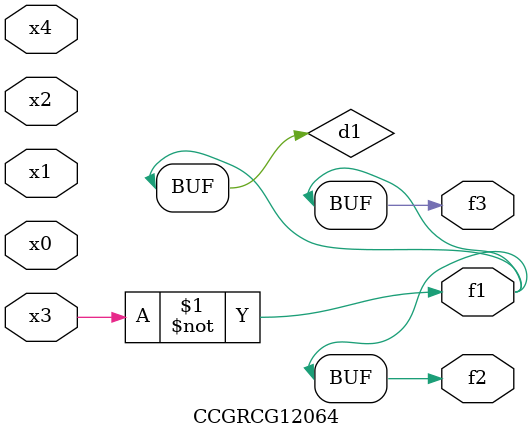
<source format=v>
module CCGRCG12064(
	input x0, x1, x2, x3, x4,
	output f1, f2, f3
);

	wire d1, d2;

	xnor (d1, x3);
	not (d2, x1);
	assign f1 = d1;
	assign f2 = d1;
	assign f3 = d1;
endmodule

</source>
